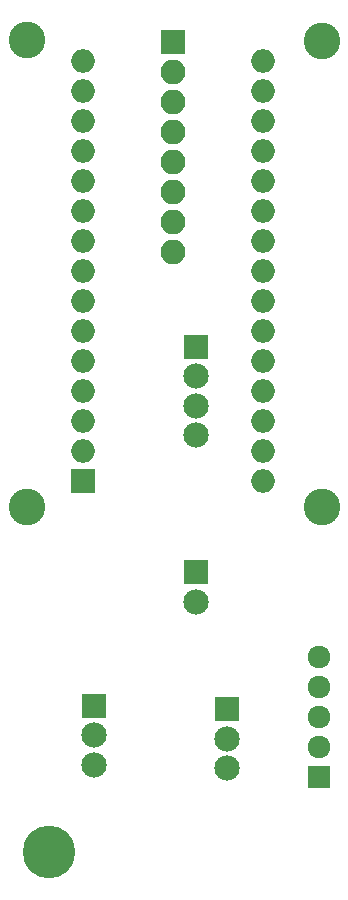
<source format=gts>
G04 #@! TF.GenerationSoftware,KiCad,Pcbnew,(2018-01-30 revision 342197bb3)-makepkg*
G04 #@! TF.CreationDate,2018-02-10T00:50:17-05:00*
G04 #@! TF.ProjectId,DayClock Circuit,446179436C6F636B2043697263756974,rev?*
G04 #@! TF.SameCoordinates,Original*
G04 #@! TF.FileFunction,Soldermask,Top*
G04 #@! TF.FilePolarity,Negative*
%FSLAX46Y46*%
G04 Gerber Fmt 4.6, Leading zero omitted, Abs format (unit mm)*
G04 Created by KiCad (PCBNEW (2018-01-30 revision 342197bb3)-makepkg) date 02/10/18 00:50:17*
%MOMM*%
%LPD*%
G01*
G04 APERTURE LIST*
%ADD10C,3.100000*%
%ADD11C,2.150000*%
%ADD12R,2.150000X2.150000*%
%ADD13R,1.924000X1.924000*%
%ADD14C,1.924000*%
%ADD15C,4.464000*%
%ADD16O,2.000000X2.000000*%
%ADD17R,2.000000X2.000000*%
%ADD18O,2.100000X2.100000*%
%ADD19R,2.100000X2.100000*%
G04 APERTURE END LIST*
D10*
X2500000Y-2400000D03*
X2500000Y-42000000D03*
X27500000Y-42000000D03*
D11*
X19500000Y-64100000D03*
X19500000Y-61600000D03*
D12*
X19500000Y-59100000D03*
X8200000Y-58800000D03*
D11*
X8200000Y-61300000D03*
X8200000Y-63800000D03*
X16800000Y-50000000D03*
D12*
X16800000Y-47500000D03*
D11*
X16800000Y-35900000D03*
X16800000Y-33400000D03*
X16800000Y-30900000D03*
D12*
X16800000Y-28400000D03*
D13*
X27240000Y-64840000D03*
D14*
X27240000Y-62300000D03*
X27240000Y-59760000D03*
X27240000Y-57220000D03*
X27240000Y-54680000D03*
D15*
X4380000Y-71190000D03*
D10*
X27500000Y-2500000D03*
D16*
X22540000Y-4240000D03*
X7300000Y-4240000D03*
X22540000Y-39800000D03*
X7300000Y-6780000D03*
X22540000Y-37260000D03*
X7300000Y-9320000D03*
X22540000Y-34720000D03*
X7300000Y-11860000D03*
X22540000Y-32180000D03*
X7300000Y-14400000D03*
X22540000Y-29640000D03*
X7300000Y-16940000D03*
X22540000Y-27100000D03*
X7300000Y-19480000D03*
X22540000Y-24560000D03*
X7300000Y-22020000D03*
X22540000Y-22020000D03*
X7300000Y-24560000D03*
X22540000Y-19480000D03*
X7300000Y-27100000D03*
X22540000Y-16940000D03*
X7300000Y-29640000D03*
X22540000Y-14400000D03*
X7300000Y-32180000D03*
X22540000Y-11860000D03*
X7300000Y-34720000D03*
X22540000Y-9320000D03*
X7300000Y-37260000D03*
X22540000Y-6780000D03*
D17*
X7300000Y-39800000D03*
D18*
X14900000Y-20380000D03*
X14900000Y-17840000D03*
X14900000Y-15300000D03*
X14900000Y-12760000D03*
X14900000Y-10220000D03*
X14900000Y-7680000D03*
X14900000Y-5140000D03*
D19*
X14900000Y-2600000D03*
M02*

</source>
